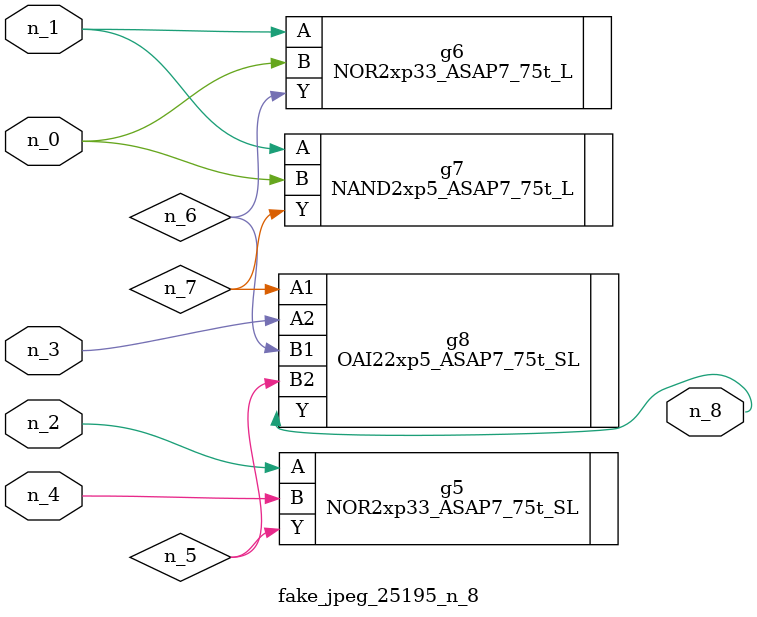
<source format=v>
module fake_jpeg_25195_n_8 (n_3, n_2, n_1, n_0, n_4, n_8);

input n_3;
input n_2;
input n_1;
input n_0;
input n_4;

output n_8;

wire n_6;
wire n_5;
wire n_7;

NOR2xp33_ASAP7_75t_SL g5 ( 
.A(n_2),
.B(n_4),
.Y(n_5)
);

NOR2xp33_ASAP7_75t_L g6 ( 
.A(n_1),
.B(n_0),
.Y(n_6)
);

NAND2xp5_ASAP7_75t_L g7 ( 
.A(n_1),
.B(n_0),
.Y(n_7)
);

OAI22xp5_ASAP7_75t_SL g8 ( 
.A1(n_7),
.A2(n_3),
.B1(n_6),
.B2(n_5),
.Y(n_8)
);


endmodule
</source>
